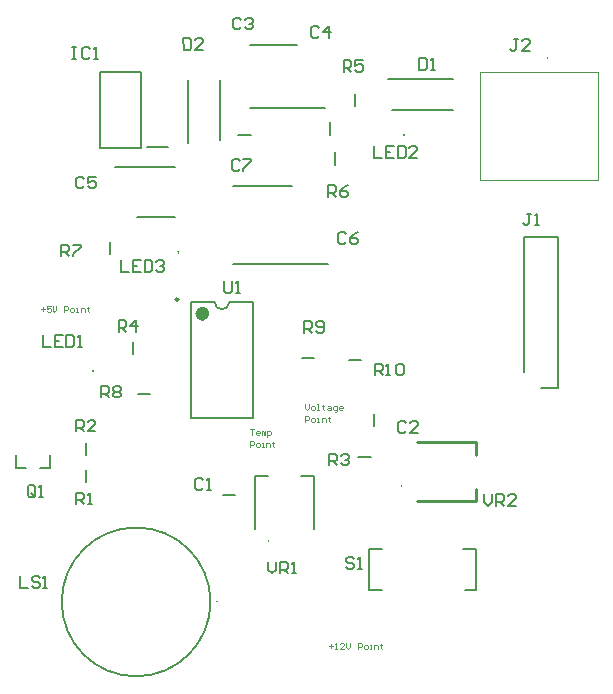
<source format=gto>
G04*
G04 #@! TF.GenerationSoftware,Altium Limited,Altium Designer,20.2.7 (254)*
G04*
G04 Layer_Color=65535*
%FSAX25Y25*%
%MOIN*%
G70*
G04*
G04 #@! TF.SameCoordinates,1B070C9D-936C-4A0F-866C-AF898DE0267E*
G04*
G04*
G04 #@! TF.FilePolarity,Positive*
G04*
G01*
G75*
%ADD10C,0.00394*%
%ADD11C,0.00787*%
%ADD12C,0.00984*%
%ADD13C,0.02362*%
%ADD14C,0.00339*%
%ADD15C,0.01000*%
D10*
X0017289Y0079331D02*
G03*
X0017289Y0079724I0000000J0000197D01*
G01*
D02*
G03*
X0017289Y0079331I0000000J-0000197D01*
G01*
X0074511Y0025377D02*
G03*
X0074905Y0025377I0000197J0000000D01*
G01*
D02*
G03*
X0074511Y0025377I-0000197J0000000D01*
G01*
X0091850Y0045548D02*
G03*
X0091850Y0045942I0000000J0000197D01*
G01*
D02*
G03*
X0091850Y0045548I0000000J-0000197D01*
G01*
X0133366Y0053150D02*
G03*
X0133366Y0052756I0000000J-0000197D01*
G01*
D02*
G03*
X0133366Y0053150I0000000J0000197D01*
G01*
X0184924Y0206890D02*
G03*
X0184924Y0206496I0000000J-0000197D01*
G01*
D02*
G03*
X0184924Y0206890I0000000J0000197D01*
G01*
X0162483Y0201969D02*
X0201853D01*
X0162483Y0166142D02*
Y0201969D01*
Y0166142D02*
X0201853D01*
Y0201969D01*
X0104134Y0091265D02*
Y0089953D01*
X0104790Y0089297D01*
X0105446Y0089953D01*
Y0091265D01*
X0106430Y0089297D02*
X0107086D01*
X0107414Y0089625D01*
Y0090281D01*
X0107086Y0090609D01*
X0106430D01*
X0106102Y0090281D01*
Y0089625D01*
X0106430Y0089297D01*
X0108070D02*
X0108726D01*
X0108398D01*
Y0091265D01*
X0108070D01*
X0110037Y0090937D02*
Y0090609D01*
X0109710D01*
X0110365D01*
X0110037D01*
Y0089625D01*
X0110365Y0089297D01*
X0111677Y0090609D02*
X0112333D01*
X0112661Y0090281D01*
Y0089297D01*
X0111677D01*
X0111349Y0089625D01*
X0111677Y0089953D01*
X0112661D01*
X0113973Y0088641D02*
X0114301D01*
X0114629Y0088969D01*
Y0090609D01*
X0113645D01*
X0113317Y0090281D01*
Y0089625D01*
X0113645Y0089297D01*
X0114629D01*
X0116269D02*
X0115613D01*
X0115285Y0089625D01*
Y0090281D01*
X0115613Y0090609D01*
X0116269D01*
X0116597Y0090281D01*
Y0089953D01*
X0115285D01*
X0104134Y0085335D02*
Y0087303D01*
X0105118D01*
X0105446Y0086975D01*
Y0086319D01*
X0105118Y0085991D01*
X0104134D01*
X0106430Y0085335D02*
X0107086D01*
X0107414Y0085663D01*
Y0086319D01*
X0107086Y0086647D01*
X0106430D01*
X0106102Y0086319D01*
Y0085663D01*
X0106430Y0085335D01*
X0108070D02*
X0108726D01*
X0108398D01*
Y0086647D01*
X0108070D01*
X0109710Y0085335D02*
Y0086647D01*
X0110693D01*
X0111021Y0086319D01*
Y0085335D01*
X0112005Y0086975D02*
Y0086647D01*
X0111677D01*
X0112333D01*
X0112005D01*
Y0085663D01*
X0112333Y0085335D01*
X0085630Y0082997D02*
X0086942D01*
X0086286D01*
Y0081029D01*
X0088582D02*
X0087926D01*
X0087598Y0081357D01*
Y0082013D01*
X0087926Y0082341D01*
X0088582D01*
X0088910Y0082013D01*
Y0081685D01*
X0087598D01*
X0089566Y0081029D02*
Y0082341D01*
X0089894D01*
X0090222Y0082013D01*
Y0081029D01*
Y0082013D01*
X0090550Y0082341D01*
X0090877Y0082013D01*
Y0081029D01*
X0091533Y0080373D02*
Y0082341D01*
X0092517D01*
X0092845Y0082013D01*
Y0081357D01*
X0092517Y0081029D01*
X0091533D01*
X0085630Y0077067D02*
Y0079035D01*
X0086614D01*
X0086942Y0078707D01*
Y0078051D01*
X0086614Y0077723D01*
X0085630D01*
X0087926Y0077067D02*
X0088582D01*
X0088910Y0077395D01*
Y0078051D01*
X0088582Y0078379D01*
X0087926D01*
X0087598Y0078051D01*
Y0077395D01*
X0087926Y0077067D01*
X0089566D02*
X0090222D01*
X0089894D01*
Y0078379D01*
X0089566D01*
X0091206Y0077067D02*
Y0078379D01*
X0092190D01*
X0092517Y0078051D01*
Y0077067D01*
X0093501Y0078707D02*
Y0078379D01*
X0093173D01*
X0093829D01*
X0093501D01*
Y0077395D01*
X0093829Y0077067D01*
X0015945Y0123031D02*
X0017257D01*
X0016601Y0123687D02*
Y0122375D01*
X0019225Y0124015D02*
X0017913D01*
Y0123031D01*
X0018569Y0123359D01*
X0018897D01*
X0019225Y0123031D01*
Y0122375D01*
X0018897Y0122047D01*
X0018241D01*
X0017913Y0122375D01*
X0019881Y0124015D02*
Y0122703D01*
X0020537Y0122047D01*
X0021192Y0122703D01*
Y0124015D01*
X0023816Y0122047D02*
Y0124015D01*
X0024800D01*
X0025128Y0123687D01*
Y0123031D01*
X0024800Y0122703D01*
X0023816D01*
X0026112Y0122047D02*
X0026768D01*
X0027096Y0122375D01*
Y0123031D01*
X0026768Y0123359D01*
X0026112D01*
X0025784Y0123031D01*
Y0122375D01*
X0026112Y0122047D01*
X0027752D02*
X0028408D01*
X0028080D01*
Y0123359D01*
X0027752D01*
X0029392Y0122047D02*
Y0123359D01*
X0030376D01*
X0030704Y0123031D01*
Y0122047D01*
X0031688Y0123687D02*
Y0123359D01*
X0031360D01*
X0032016D01*
X0031688D01*
Y0122375D01*
X0032016Y0122047D01*
X0112106Y0010630D02*
X0113418D01*
X0112762Y0011286D02*
Y0009974D01*
X0114074Y0009646D02*
X0114730D01*
X0114402D01*
Y0011614D01*
X0114074Y0011286D01*
X0117026Y0009646D02*
X0115714D01*
X0117026Y0010958D01*
Y0011286D01*
X0116698Y0011614D01*
X0116042D01*
X0115714Y0011286D01*
X0117682Y0011614D02*
Y0010302D01*
X0118338Y0009646D01*
X0118994Y0010302D01*
Y0011614D01*
X0121618Y0009646D02*
Y0011614D01*
X0122602D01*
X0122930Y0011286D01*
Y0010630D01*
X0122602Y0010302D01*
X0121618D01*
X0123914Y0009646D02*
X0124569D01*
X0124897Y0009974D01*
Y0010630D01*
X0124569Y0010958D01*
X0123914D01*
X0123585Y0010630D01*
Y0009974D01*
X0123914Y0009646D01*
X0125553D02*
X0126209D01*
X0125881D01*
Y0010958D01*
X0125553D01*
X0127193Y0009646D02*
Y0010958D01*
X0128177D01*
X0128505Y0010630D01*
Y0009646D01*
X0129489Y0011286D02*
Y0010958D01*
X0129161D01*
X0129817D01*
X0129489D01*
Y0009974D01*
X0129817Y0009646D01*
D11*
X0073844Y0125394D02*
G03*
X0078844Y0125394I0002500J0000000D01*
G01*
X0061811Y0141732D02*
G03*
X0061811Y0142126I0000000J0000197D01*
G01*
D02*
G03*
X0061811Y0141732I0000000J-0000197D01*
G01*
D02*
G03*
X0061811Y0142126I0000000J0000197D01*
G01*
X0022936Y0025377D02*
G03*
X0072542Y0025377I0024803J0000000D01*
G01*
D02*
G03*
X0022936Y0025377I-0024803J0000000D01*
G01*
X0033316Y0102165D02*
G03*
X0033316Y0102559I0000000J0000197D01*
G01*
D02*
G03*
X0033316Y0102165I0000000J-0000197D01*
G01*
D02*
G03*
X0033316Y0102559I0000000J0000197D01*
G01*
X0137008Y0180905D02*
G03*
X0137008Y0181299I0000000J0000197D01*
G01*
D02*
G03*
X0137008Y0180905I0000000J-0000197D01*
G01*
D02*
G03*
X0137008Y0181299I0000000J0000197D01*
G01*
X0007644Y0070079D02*
Y0074213D01*
Y0070079D02*
X0010990D01*
X0019061D02*
Y0074213D01*
X0015714Y0070079D02*
X0019061D01*
X0038881Y0141240D02*
Y0145374D01*
X0065911Y0086811D02*
Y0125394D01*
X0086778Y0086811D02*
Y0125394D01*
X0065911D02*
X0073844D01*
X0078844D02*
X0086778D01*
X0065911Y0086811D02*
X0086778D01*
X0107205Y0049682D02*
Y0067399D01*
X0102874D02*
X0107205D01*
X0087520Y0049682D02*
Y0067399D01*
X0091850D01*
X0112500Y0181119D02*
Y0185253D01*
X0121850Y0073622D02*
X0125984D01*
X0031102Y0074311D02*
Y0078445D01*
X0030987Y0065239D02*
Y0069373D01*
X0046817Y0107973D02*
Y0112106D01*
X0081791Y0180922D02*
X0085925D01*
X0114078Y0171161D02*
Y0175295D01*
X0125295Y0043110D02*
X0128878D01*
X0125295Y0029331D02*
Y0043110D01*
Y0029331D02*
X0129772D01*
X0127087Y0043110D02*
X0129772D01*
X0157539Y0029331D02*
X0161122D01*
Y0043110D01*
X0156642D02*
X0161122D01*
X0127165Y0083858D02*
Y0087992D01*
X0035630Y0176575D02*
X0049409D01*
X0035630D02*
Y0202165D01*
X0049409D01*
Y0176575D02*
Y0202165D01*
X0051476Y0177067D02*
X0058366D01*
X0075772Y0179472D02*
Y0199268D01*
X0065173Y0178347D02*
Y0199268D01*
X0182644Y0096653D02*
X0188254D01*
Y0147047D01*
X0177033D02*
X0188254D01*
X0177033Y0101850D02*
Y0147047D01*
X0048228Y0094685D02*
X0052362D01*
X0040650Y0170472D02*
X0060728D01*
X0048031Y0153543D02*
X0060728D01*
X0080118Y0163861D02*
X0099606D01*
X0080118Y0137877D02*
X0111614D01*
X0118701Y0106102D02*
X0122835D01*
X0103051Y0106791D02*
X0107185D01*
X0120652Y0190650D02*
Y0194783D01*
X0076673Y0061024D02*
X0080807D01*
X0133018Y0189320D02*
X0153530D01*
X0131758Y0199572D02*
X0153530D01*
X0085596Y0190093D02*
X0110793D01*
X0085596Y0210959D02*
X0101246D01*
X0014173Y0061090D02*
Y0063714D01*
X0013517Y0064369D01*
X0012205D01*
X0011549Y0063714D01*
Y0061090D01*
X0012205Y0060434D01*
X0013517D01*
X0012861Y0061746D02*
X0014173Y0060434D01*
X0013517D02*
X0014173Y0061090D01*
X0015485Y0060434D02*
X0016797D01*
X0016141D01*
Y0064369D01*
X0015485Y0063714D01*
X0022704Y0140552D02*
Y0144488D01*
X0024672D01*
X0025328Y0143832D01*
Y0142520D01*
X0024672Y0141864D01*
X0022704D01*
X0024016D02*
X0025328Y0140552D01*
X0026640Y0144488D02*
X0029264D01*
Y0143832D01*
X0026640Y0141208D01*
Y0140552D01*
X0077101Y0132184D02*
Y0128905D01*
X0077757Y0128249D01*
X0079068D01*
X0079724Y0128905D01*
Y0132184D01*
X0081036Y0128249D02*
X0082348D01*
X0081692D01*
Y0132184D01*
X0081036Y0131528D01*
X0042686Y0139369D02*
Y0135434D01*
X0045310D01*
X0049246Y0139369D02*
X0046622D01*
Y0135434D01*
X0049246D01*
X0046622Y0137402D02*
X0047934D01*
X0050558Y0139369D02*
Y0135434D01*
X0052525D01*
X0053181Y0136090D01*
Y0138714D01*
X0052525Y0139369D01*
X0050558D01*
X0054493Y0138714D02*
X0055149Y0139369D01*
X0056461D01*
X0057117Y0138714D01*
Y0138057D01*
X0056461Y0137402D01*
X0055805D01*
X0056461D01*
X0057117Y0136746D01*
Y0136090D01*
X0056461Y0135434D01*
X0055149D01*
X0054493Y0136090D01*
X0008991Y0034054D02*
Y0030119D01*
X0011615D01*
X0015551Y0033399D02*
X0014895Y0034054D01*
X0013583D01*
X0012927Y0033399D01*
Y0032743D01*
X0013583Y0032087D01*
X0014895D01*
X0015551Y0031431D01*
Y0030775D01*
X0014895Y0030119D01*
X0013583D01*
X0012927Y0030775D01*
X0016862Y0030119D02*
X0018174D01*
X0017518D01*
Y0034054D01*
X0016862Y0033399D01*
X0091865Y0038779D02*
Y0036155D01*
X0093177Y0034843D01*
X0094489Y0036155D01*
Y0038779D01*
X0095801Y0034843D02*
Y0038779D01*
X0097769D01*
X0098425Y0038123D01*
Y0036811D01*
X0097769Y0036155D01*
X0095801D01*
X0097113D02*
X0098425Y0034843D01*
X0099736D02*
X0101048D01*
X0100392D01*
Y0038779D01*
X0099736Y0038123D01*
X0108694Y0216666D02*
X0108038Y0217322D01*
X0106727D01*
X0106071Y0216666D01*
Y0214042D01*
X0106727Y0213387D01*
X0108038D01*
X0108694Y0214042D01*
X0111974Y0213387D02*
Y0217322D01*
X0110006Y0215354D01*
X0112630D01*
X0112173Y0070867D02*
Y0074803D01*
X0114141D01*
X0114797Y0074147D01*
Y0072835D01*
X0114141Y0072179D01*
X0112173D01*
X0113485D02*
X0114797Y0070867D01*
X0116109Y0074147D02*
X0116765Y0074803D01*
X0118077D01*
X0118733Y0074147D01*
Y0073491D01*
X0118077Y0072835D01*
X0117421D01*
X0118077D01*
X0118733Y0072179D01*
Y0071523D01*
X0118077Y0070867D01*
X0116765D01*
X0116109Y0071523D01*
X0163847Y0061318D02*
Y0058694D01*
X0165159Y0057383D01*
X0166471Y0058694D01*
Y0061318D01*
X0167783Y0057383D02*
Y0061318D01*
X0169750D01*
X0170406Y0060662D01*
Y0059350D01*
X0169750Y0058694D01*
X0167783D01*
X0169095D02*
X0170406Y0057383D01*
X0174342D02*
X0171718D01*
X0174342Y0060006D01*
Y0060662D01*
X0173686Y0061318D01*
X0172374D01*
X0171718Y0060662D01*
X0027626Y0082186D02*
Y0086121D01*
X0029594D01*
X0030250Y0085465D01*
Y0084153D01*
X0029594Y0083498D01*
X0027626D01*
X0028938D02*
X0030250Y0082186D01*
X0034185D02*
X0031561D01*
X0034185Y0084809D01*
Y0085465D01*
X0033529Y0086121D01*
X0032217D01*
X0031561Y0085465D01*
X0027691Y0057875D02*
Y0061810D01*
X0029659D01*
X0030315Y0061154D01*
Y0059842D01*
X0029659Y0059187D01*
X0027691D01*
X0029003D02*
X0030315Y0057875D01*
X0031627D02*
X0032939D01*
X0032283D01*
Y0061810D01*
X0031627Y0061154D01*
X0041897Y0115355D02*
Y0119291D01*
X0043865D01*
X0044521Y0118635D01*
Y0117323D01*
X0043865Y0116667D01*
X0041897D01*
X0043209D02*
X0044521Y0115355D01*
X0047801D02*
Y0119291D01*
X0045833Y0117323D01*
X0048457D01*
X0082218Y0172375D02*
X0081562Y0173031D01*
X0080250D01*
X0079594Y0172375D01*
Y0169751D01*
X0080250Y0169095D01*
X0081562D01*
X0082218Y0169751D01*
X0083530Y0173031D02*
X0086154D01*
Y0172375D01*
X0083530Y0169751D01*
Y0169095D01*
X0111779Y0160237D02*
Y0164173D01*
X0113747D01*
X0114403Y0163517D01*
Y0162205D01*
X0113747Y0161549D01*
X0111779D01*
X0113091D02*
X0114403Y0160237D01*
X0118339Y0164173D02*
X0117027Y0163517D01*
X0115715Y0162205D01*
Y0160893D01*
X0116371Y0160237D01*
X0117683D01*
X0118339Y0160893D01*
Y0161549D01*
X0117683Y0162205D01*
X0115715D01*
X0120472Y0039599D02*
X0119817Y0040255D01*
X0118505D01*
X0117849Y0039599D01*
Y0038943D01*
X0118505Y0038287D01*
X0119817D01*
X0120472Y0037631D01*
Y0036975D01*
X0119817Y0036320D01*
X0118505D01*
X0117849Y0036975D01*
X0121784Y0036320D02*
X0123096D01*
X0122440D01*
Y0040255D01*
X0121784Y0039599D01*
X0137828Y0084875D02*
X0137172Y0085531D01*
X0135860D01*
X0135205Y0084875D01*
Y0082251D01*
X0135860Y0081595D01*
X0137172D01*
X0137828Y0082251D01*
X0141764Y0081595D02*
X0139140D01*
X0141764Y0084219D01*
Y0084875D01*
X0141108Y0085531D01*
X0139796D01*
X0139140Y0084875D01*
X0026408Y0210329D02*
X0027720D01*
X0027064D01*
Y0206393D01*
X0026408D01*
X0027720D01*
X0032311Y0209673D02*
X0031655Y0210329D01*
X0030344D01*
X0029688Y0209673D01*
Y0207049D01*
X0030344Y0206393D01*
X0031655D01*
X0032311Y0207049D01*
X0033623Y0206393D02*
X0034935D01*
X0034279D01*
Y0210329D01*
X0033623Y0209673D01*
X0063521Y0213236D02*
X0063581Y0209301D01*
X0065549Y0209331D01*
X0066195Y0209997D01*
X0066155Y0212621D01*
X0065489Y0213266D01*
X0063521Y0213236D01*
X0070140Y0209401D02*
X0067517Y0209361D01*
X0070100Y0212025D01*
X0070090Y0212681D01*
X0069424Y0213327D01*
X0068112Y0213307D01*
X0067466Y0212641D01*
X0175033Y0212991D02*
X0173721D01*
X0174377D01*
Y0209712D01*
X0173721Y0209056D01*
X0173065D01*
X0172409Y0209712D01*
X0178969Y0209056D02*
X0176345D01*
X0178969Y0211680D01*
Y0212335D01*
X0178313Y0212991D01*
X0177001D01*
X0176345Y0212335D01*
X0179332Y0154829D02*
X0178020D01*
X0178676D01*
Y0151549D01*
X0178020Y0150893D01*
X0177364D01*
X0176708Y0151549D01*
X0180644Y0150893D02*
X0181956D01*
X0181300D01*
Y0154829D01*
X0180644Y0154173D01*
X0016669Y0114369D02*
Y0110434D01*
X0019293D01*
X0023228Y0114369D02*
X0020605D01*
Y0110434D01*
X0023228D01*
X0020605Y0112402D02*
X0021916D01*
X0024540Y0114369D02*
Y0110434D01*
X0026508D01*
X0027164Y0111090D01*
Y0113714D01*
X0026508Y0114369D01*
X0024540D01*
X0028476Y0110434D02*
X0029788D01*
X0029132D01*
Y0114369D01*
X0028476Y0113714D01*
X0036189Y0093505D02*
Y0097440D01*
X0038157D01*
X0038813Y0096784D01*
Y0095472D01*
X0038157Y0094816D01*
X0036189D01*
X0037501D02*
X0038813Y0093505D01*
X0040124Y0096784D02*
X0040780Y0097440D01*
X0042092D01*
X0042748Y0096784D01*
Y0096128D01*
X0042092Y0095472D01*
X0042748Y0094816D01*
Y0094160D01*
X0042092Y0093505D01*
X0040780D01*
X0040124Y0094160D01*
Y0094816D01*
X0040780Y0095472D01*
X0040124Y0096128D01*
Y0096784D01*
X0040780Y0095472D02*
X0042092D01*
X0030348Y0166469D02*
X0029692Y0167125D01*
X0028380D01*
X0027724Y0166469D01*
Y0163846D01*
X0028380Y0163190D01*
X0029692D01*
X0030348Y0163846D01*
X0034284Y0167125D02*
X0031660D01*
Y0165157D01*
X0032972Y0165813D01*
X0033628D01*
X0034284Y0165157D01*
Y0163846D01*
X0033628Y0163190D01*
X0032316D01*
X0031660Y0163846D01*
X0117750Y0147966D02*
X0117094Y0148621D01*
X0115782D01*
X0115126Y0147966D01*
Y0145342D01*
X0115782Y0144686D01*
X0117094D01*
X0117750Y0145342D01*
X0121685Y0148621D02*
X0120373Y0147966D01*
X0119062Y0146653D01*
Y0145342D01*
X0119717Y0144686D01*
X0121029D01*
X0121685Y0145342D01*
Y0145998D01*
X0121029Y0146653D01*
X0119062D01*
X0127265Y0100886D02*
Y0104822D01*
X0129233D01*
X0129889Y0104166D01*
Y0102854D01*
X0129233Y0102198D01*
X0127265D01*
X0128577D02*
X0129889Y0100886D01*
X0131201D02*
X0132513D01*
X0131857D01*
Y0104822D01*
X0131201Y0104166D01*
X0134481D02*
X0135137Y0104822D01*
X0136449D01*
X0137105Y0104166D01*
Y0101542D01*
X0136449Y0100886D01*
X0135137D01*
X0134481Y0101542D01*
Y0104166D01*
X0103708Y0115158D02*
Y0119094D01*
X0105676D01*
X0106332Y0118438D01*
Y0117126D01*
X0105676Y0116470D01*
X0103708D01*
X0105020D02*
X0106332Y0115158D01*
X0107644Y0115814D02*
X0108300Y0115158D01*
X0109612D01*
X0110268Y0115814D01*
Y0118438D01*
X0109612Y0119094D01*
X0108300D01*
X0107644Y0118438D01*
Y0117782D01*
X0108300Y0117126D01*
X0110268D01*
X0116897Y0201969D02*
Y0205905D01*
X0118865D01*
X0119521Y0205249D01*
Y0203937D01*
X0118865Y0203281D01*
X0116897D01*
X0118209D02*
X0119521Y0201969D01*
X0123457Y0205905D02*
X0120833D01*
Y0203937D01*
X0122145Y0204593D01*
X0122801D01*
X0123457Y0203937D01*
Y0202625D01*
X0122801Y0201969D01*
X0121489D01*
X0120833Y0202625D01*
X0069980Y0065977D02*
X0069324Y0066633D01*
X0068012D01*
X0067356Y0065977D01*
Y0063353D01*
X0068012Y0062697D01*
X0069324D01*
X0069980Y0063353D01*
X0071292Y0062697D02*
X0072604D01*
X0071948D01*
Y0066633D01*
X0071292Y0065977D01*
X0127053Y0177362D02*
Y0173426D01*
X0129676D01*
X0133612Y0177362D02*
X0130988D01*
Y0173426D01*
X0133612D01*
X0130988Y0175394D02*
X0132300D01*
X0134924Y0177362D02*
Y0173426D01*
X0136892D01*
X0137548Y0174082D01*
Y0176706D01*
X0136892Y0177362D01*
X0134924D01*
X0141484Y0173426D02*
X0138860D01*
X0141484Y0176050D01*
Y0176706D01*
X0140828Y0177362D01*
X0139516D01*
X0138860Y0176706D01*
X0142061Y0206594D02*
Y0202658D01*
X0144029D01*
X0144685Y0203314D01*
Y0205938D01*
X0144029Y0206594D01*
X0142061D01*
X0145997Y0202658D02*
X0147309D01*
X0146653D01*
Y0206594D01*
X0145997Y0205938D01*
X0082632Y0219473D02*
X0081976Y0220129D01*
X0080664D01*
X0080008Y0219473D01*
Y0216849D01*
X0080664Y0216193D01*
X0081976D01*
X0082632Y0216849D01*
X0083944Y0219473D02*
X0084600Y0220129D01*
X0085912D01*
X0086567Y0219473D01*
Y0218817D01*
X0085912Y0218161D01*
X0085255D01*
X0085912D01*
X0086567Y0217505D01*
Y0216849D01*
X0085912Y0216193D01*
X0084600D01*
X0083944Y0216849D01*
D12*
X0061837Y0126221D02*
G03*
X0061837Y0126221I-0000492J0000000D01*
G01*
D13*
X0071030Y0121457D02*
G03*
X0071030Y0121457I-0001181J0000000D01*
G01*
D14*
X0136210Y0064303D02*
G03*
X0136210Y0063965I0000000J-0000169D01*
G01*
D02*
G03*
X0136210Y0064303I0000000J0000169D01*
G01*
D15*
X0160989Y0074283D02*
Y0078543D01*
Y0058858D02*
Y0063118D01*
X0141304Y0058858D02*
X0160989D01*
X0141304Y0078543D02*
X0160989D01*
M02*

</source>
